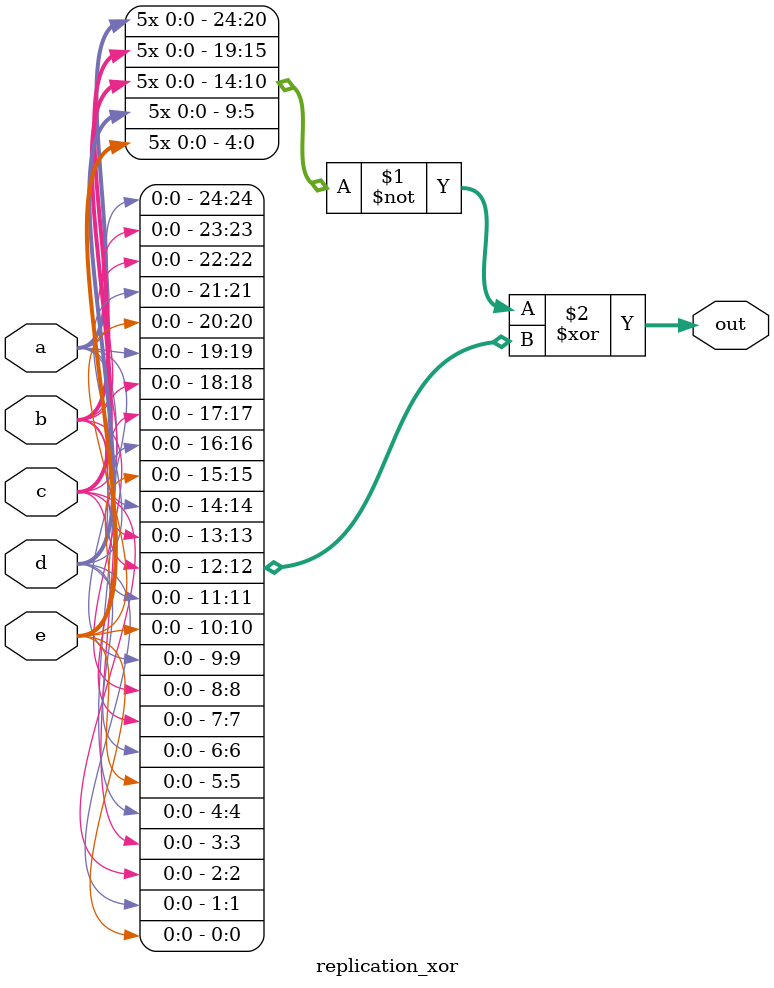
<source format=sv>
module replication_xor (
    input a, b, c, d, e,
    output [24:0] out );//

    // The output is XNOR of two vectors created by 
    // concatenating and replicating the five inputs.
    assign out = ~{{5{a}}, {5{b}}, {5{c}}, {5{d}}, {5{e}}} ^ {5{a, b, c, d, e}};

endmodule
</source>
